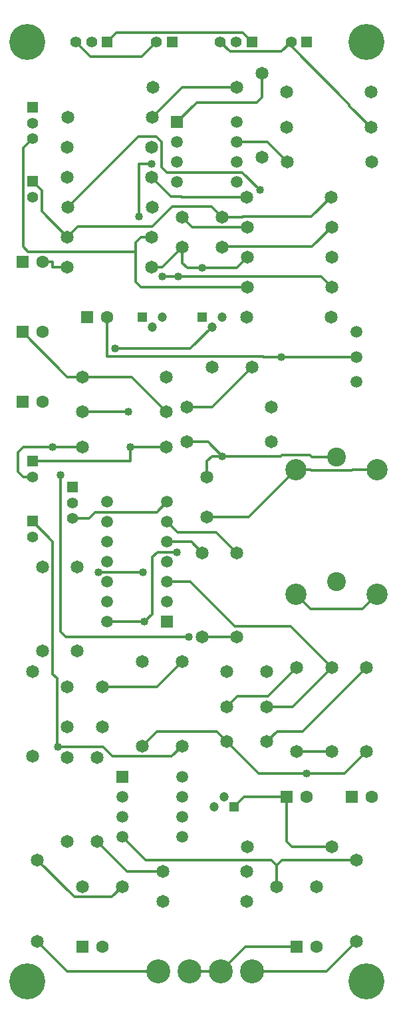
<source format=gbr>
G04 DipTrace 2.4.0.2*
%INTop.gbr*%
%MOIN*%
%ADD13C,0.013*%
%ADD14C,0.065*%
%ADD15R,0.063X0.063*%
%ADD16C,0.063*%
%ADD17C,0.12*%
%ADD18R,0.0551X0.0551*%
%ADD19C,0.0551*%
%ADD20C,0.0591*%
%ADD21R,0.0472X0.0472*%
%ADD22C,0.0472*%
%ADD23R,0.0591X0.0591*%
%ADD24C,0.0945*%
%ADD25C,0.1063*%
%ADD26C,0.18*%
%ADD28C,0.04*%
%FSLAX44Y44*%
G04*
G70*
G90*
G75*
G01*
%LNTop*%
%LPD*%
X5690Y45477D2*
D13*
X6160Y45007D1*
Y43970D1*
X7440Y42690D1*
X15190Y43690D2*
X16220D1*
X16239Y43710D1*
X19672D1*
X20653Y44690D1*
X7440Y42690D2*
X7960Y43210D1*
X11710D1*
X12710Y44210D1*
X14670D1*
X15190Y43690D1*
X15115Y52440D2*
X15586Y51970D1*
X18182D1*
X18653Y52440D1*
X14440Y28690D2*
X16542D1*
X18912Y31060D1*
X11190Y17227D2*
X11922Y17960D1*
X14920D1*
X15440Y17440D1*
X8940Y12440D2*
X10440Y10940D1*
X12227D1*
X11653Y45690D2*
X12633Y44710D1*
X13160D1*
X13180Y44690D1*
X16440D1*
X18940Y7190D2*
X16380D1*
X15130Y5940D1*
X12440Y29440D2*
X11930Y28930D1*
X8847D1*
X8533Y28615D1*
X7690D1*
X5690Y30690D2*
X5220D1*
X4960Y30950D1*
Y31930D1*
X5220Y32190D1*
X6700D1*
X22968Y24810D2*
X22241Y24084D1*
X19639D1*
X18912Y24810D1*
X7865Y52440D2*
X8596Y51710D1*
X11172D1*
X11903Y52440D1*
X18653D2*
Y52245D1*
X21579Y49319D1*
Y49264D1*
X22653Y48190D1*
X18912Y31060D2*
X19639D1*
X19676Y31023D1*
X21703D1*
X21740Y31060D1*
X22968D1*
X19440Y15842D2*
X21342D1*
X22440Y16940D1*
X15440Y17440D2*
X17038Y15842D1*
X19440D1*
X15130Y5940D2*
X13570D1*
X6700Y32190D2*
X8190D1*
X16477Y43190D2*
X15448D1*
X15428Y43170D1*
X13710D1*
X13190Y43690D1*
X15190Y42190D2*
X15210Y42210D1*
X19710D1*
X20690Y43190D1*
X11653Y41190D2*
X12190D1*
X13190Y42190D1*
X14190Y41140D2*
X15928D1*
X16477Y41690D1*
X13190Y42190D2*
Y41400D1*
X13450Y41140D1*
X14190D1*
X9835Y37105D2*
X13605D1*
X14690Y38190D1*
X14440Y30690D2*
Y31470D1*
X14700Y31729D1*
X15210D1*
X18144D1*
X18201Y31786D1*
X19591D1*
X19687Y31690D1*
X20940D1*
X15210Y31729D2*
X14499Y32440D1*
X13440D1*
X9440Y23440D2*
X11300D1*
X10190Y10190D2*
X9670Y9670D1*
X7784D1*
X5940Y11515D1*
X11300Y23440D2*
X11694Y23835D1*
Y26670D1*
X11954Y26930D1*
X12930D1*
X10190Y12690D2*
X11365Y11515D1*
X17680D1*
X17940Y11255D1*
Y10190D1*
X6190Y41440D2*
X6700D1*
Y41190D1*
X7440D1*
X21940Y11515D2*
X18200D1*
X17940Y11255D1*
X17440Y17440D2*
X17960Y17960D1*
X19247D1*
X22440Y21153D1*
X15815Y14190D2*
X16315Y14690D1*
X18440D1*
Y12450D1*
X18700Y12190D1*
X20690D1*
X17440Y19190D2*
X18727D1*
X20690Y21153D1*
X18633Y23210D1*
X15825D1*
X13595Y25440D1*
X12440D1*
X15440Y19190D2*
X15960Y19710D1*
X17497D1*
X18940Y21153D1*
X20690Y16940D2*
X18940D1*
X11653Y42690D2*
X11133D1*
X10873Y42430D1*
Y41950D1*
Y40450D1*
X11133Y40190D1*
X16477D1*
X10873Y41950D2*
X5479D1*
X5220Y42210D1*
Y47145D1*
X5690Y47615D1*
X7477Y44190D2*
X10997Y47710D1*
X11912D1*
X12172Y47450D1*
Y46190D1*
X12432Y45930D1*
X16210D1*
X17095Y45045D1*
X20690Y40190D2*
X20170Y40710D1*
X12999D1*
X12210D1*
X13440Y34190D2*
X14690D1*
X16690Y36190D1*
X15940Y26903D2*
X14912Y27930D1*
X12950D1*
X12440Y28440D1*
X14190Y26903D2*
X13653Y27440D1*
X12440D1*
X13535Y22690D2*
X7355D1*
X7095Y22950D1*
Y30796D1*
X14190Y22690D2*
X15940D1*
X21940Y36690D2*
X18172D1*
X11653Y46345D2*
X11035D1*
Y43727D1*
X18172Y36690D2*
X17277D1*
X17257Y36710D1*
X9440D1*
Y38690D1*
X10585Y32190D2*
X12403D1*
X5690Y31477D2*
X10585D1*
Y32190D1*
X5190Y37940D2*
X7440Y35690D1*
X8190D1*
X10653D1*
X12403Y33940D1*
X10490D2*
X8190D1*
X8998Y25930D2*
X11240D1*
X9190Y20190D2*
X11940D1*
X13190Y21440D1*
Y17227D2*
X12670Y16708D1*
X9692D1*
X9227Y17172D1*
X6977D1*
X6920Y17229D1*
Y20604D1*
X6710Y20815D1*
Y27458D1*
X5690Y28477D1*
X12010Y5940D2*
X7440D1*
X5940Y7440D1*
X16690Y5940D2*
X20440D1*
X21940Y7440D1*
X9440Y52440D2*
X9910Y52910D1*
X16220D1*
X16690Y52440D1*
X12940Y48440D2*
X13920Y49420D1*
X16930D1*
X17190Y49680D1*
Y50903D1*
X11690Y48690D2*
X13190Y50190D1*
X15940D1*
Y47440D2*
X17477D1*
X18477Y46440D1*
D26*
X5440Y5440D3*
X22440D3*
X5440Y52440D3*
D28*
X19440Y15842D3*
X6700Y32190D3*
X14190Y41140D3*
X9835Y37105D3*
X15210Y31729D3*
X12930Y26930D3*
X11300Y23440D3*
X17095Y45045D3*
X12999Y40710D3*
X12210D3*
X7095Y30796D3*
X13535Y22690D3*
X18172Y36690D3*
X11035Y43727D3*
X11653Y46345D3*
X10585Y32190D3*
X10490Y33940D3*
X11240Y25930D3*
X8998D3*
X6977Y17172D3*
D26*
X22440Y52440D3*
D14*
X15190Y43690D3*
X13190D3*
X15190Y42190D3*
X13190D3*
X14440Y28690D3*
Y30690D3*
X15440Y17440D3*
X17440D3*
D15*
X18440Y14690D3*
D16*
X19440D3*
D14*
X15440Y19190D3*
X17440D3*
D15*
X21690Y14690D3*
D16*
X22690D3*
D15*
X5190Y41440D3*
D16*
X6190D3*
D14*
X14690Y36190D3*
X16690D3*
X15440Y20940D3*
X17440D3*
D15*
X8440Y38690D3*
D16*
X9440D3*
D15*
X5190Y37940D3*
D16*
X6190D3*
D14*
X7440Y18190D3*
Y20190D3*
D15*
X5190Y34440D3*
D16*
X6190D3*
D14*
X9190Y18190D3*
Y20190D3*
D15*
X8190Y7190D3*
D16*
X9190D3*
D14*
X10190Y10190D3*
X8190D3*
D15*
X18940Y7190D3*
D16*
X19940D3*
D14*
Y10190D3*
X17940D3*
X5940Y7440D3*
Y11515D3*
X21940Y7440D3*
Y11515D3*
D17*
X12010Y5940D3*
X13570D3*
X15130D3*
X16690D3*
D18*
X5690Y49190D3*
D19*
Y48403D3*
Y47615D3*
D20*
X21940Y37940D3*
Y36690D3*
D18*
X9440Y52440D3*
D19*
X8653D3*
X7865D3*
D18*
X5690Y31477D3*
D19*
Y30690D3*
D18*
Y45477D3*
D19*
Y44690D3*
D20*
X21940Y35440D3*
D18*
X12690Y52440D3*
D19*
X11903D3*
D18*
X19440D3*
D19*
X18653D3*
D21*
X14190Y38690D3*
D22*
X14690Y38190D3*
X15190Y38690D3*
D21*
X15815Y14190D3*
D22*
X15315Y14690D3*
X14815Y14190D3*
D21*
X11190Y38690D3*
D22*
X11690Y38190D3*
X12190Y38690D3*
D14*
X16440Y44690D3*
X20653D3*
X20690Y43190D3*
X16477D3*
X20690Y41690D3*
X16477D3*
X7440Y41190D3*
X11653D3*
X13440Y32440D3*
X17653D3*
X22440Y16940D3*
Y21153D3*
X20690Y12190D3*
X16477D3*
X20690Y16940D3*
Y21153D3*
X18940Y16940D3*
Y21153D3*
X7440Y42690D3*
X11653D3*
X7440Y45690D3*
X11653D3*
X20690Y40190D3*
X16477D3*
X11690Y44190D3*
X7477D3*
X13440Y34190D3*
X17653D3*
X14190Y22690D3*
Y26903D3*
X15940Y22690D3*
Y26903D3*
X16440Y38690D3*
X20653D3*
X8190Y32190D3*
X12403D3*
X8190Y35690D3*
X12403D3*
X8190Y33940D3*
X12403D3*
X7940Y26190D3*
Y21977D3*
X5690Y20940D3*
Y16727D3*
X6190Y26190D3*
Y21977D3*
X11190Y21440D3*
Y17227D3*
X8940Y12440D3*
Y16653D3*
X7440Y12440D3*
Y16653D3*
X13190Y21440D3*
Y17227D3*
X7440Y47190D3*
X11653D3*
X15940Y50190D3*
X11727D3*
D23*
X12440Y23440D3*
D20*
Y24440D3*
Y25440D3*
Y26440D3*
Y27440D3*
Y28440D3*
Y29440D3*
X9440D3*
Y28440D3*
Y27440D3*
Y26440D3*
Y25440D3*
Y24440D3*
Y23440D3*
D23*
X10190Y15690D3*
D20*
Y14690D3*
Y13690D3*
Y12690D3*
X13190D3*
Y13690D3*
Y14690D3*
Y15690D3*
D23*
X12940Y48440D3*
D20*
Y47440D3*
Y46440D3*
Y45440D3*
X15940D3*
Y46440D3*
Y47440D3*
Y48440D3*
D14*
X11690Y48690D3*
X7477D3*
X17190Y46690D3*
Y50903D3*
X18440Y49940D3*
X22653D3*
X18440Y48190D3*
X22653D3*
X22690Y46440D3*
X18477D3*
X16440Y10940D3*
X12227D3*
X16440Y9440D3*
X12227D3*
D18*
X7690Y30190D3*
D19*
Y29403D3*
Y28615D3*
D18*
X16690Y52440D3*
D19*
X15903D3*
X15115D3*
D18*
X5690Y28477D3*
D19*
Y27690D3*
D24*
X20940Y31690D3*
D25*
X18912Y31060D3*
X22968D3*
D24*
X20940Y25440D3*
D25*
X18912Y24810D3*
X22968D3*
M02*

</source>
